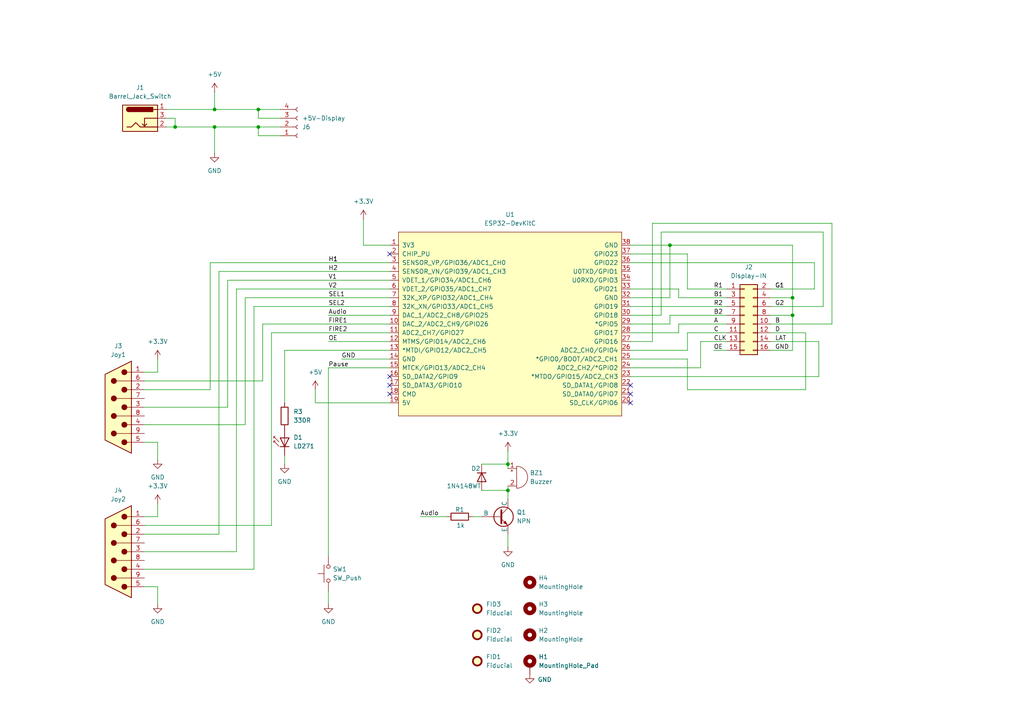
<source format=kicad_sch>
(kicad_sch (version 20231120) (generator "eeschema") (generator_version "8.0")
  (paper "A4")
  (title_block (title "Display-PLAY-Me_3") (date "2024-06-12") (rev "0.3") (company "42nibbles & C@mpuswoche") (comment 1 "Arne v.Irmer, Christian  & Dieter") (comment 4 "Display-Ansteuerung und Energieverteilung"))
  (lib_symbols
    (symbol "Connector:Barrel_Jack_Switch" (pin_names hide)
      (property "Reference" "J" (at 0 5.334 0))
      (property "Value" "Barrel_Jack_Switch" (at 0 -5.08 0))
      (symbol "Barrel_Jack_Switch_0_1"
        (rectangle (start -5.08 3.81) (end 5.08 -3.81) (stroke (width 0.254)) (fill (type background)))
        (arc (start -3.302 3.175) (mid -3.9343 2.54) (end -3.302 1.905) (stroke (width 0.254)))
        (arc (start -3.302 3.175) (mid -3.9343 2.54) (end -3.302 1.905) (stroke (width 0.254)) (fill (type outline)))
        (polyline (pts (xy 1.27 -2.286) (xy 1.905 -1.651)) (stroke (width 0.254)))
        (polyline (pts (xy 5.08 2.54) (xy 3.81 2.54)) (stroke (width 0.254)))
        (polyline (pts (xy 5.08 0) (xy 1.27 0) (xy 1.27 -2.286) (xy 0.635 -1.651)) (stroke (width 0.254)))
        (polyline (pts (xy -3.81 -2.54) (xy -2.54 -2.54) (xy -1.27 -1.27) (xy 0 -2.54) (xy 2.54 -2.54) (xy 5.08 -2.54)) (stroke (width 0.254)))
        (rectangle (start 3.683 3.175) (end -3.302 1.905) (stroke (width 0.254)) (fill (type outline)))
      )
      (symbol "Barrel_Jack_Switch_1_1"
        (pin passive line (at 7.62 2.54 180) (length 2.54) (name "~") (number "1"))
        (pin passive line (at 7.62 -2.54 180) (length 2.54) (name "~") (number "2"))
        (pin passive line (at 7.62 0 180) (length 2.54) (name "~") (number "3"))
      )
    )
    (symbol "Connector:Conn_01x04_Socket" (pin_names (offset 1.016) hide)
      (property "Reference" "J" (at 0 5.08 0))
      (property "Value" "Conn_01x04_Socket" (at 0 -7.62 0))
      (symbol "Conn_01x04_Socket_1_1"
        (arc (start 0 -4.572) (mid -0.5058 -5.08) (end 0 -5.588) (stroke (width 0.1524)))
        (arc (start 0 -2.032) (mid -0.5058 -2.54) (end 0 -3.048) (stroke (width 0.1524)))
        (polyline (pts (xy -1.27 -5.08) (xy -0.508 -5.08)) (stroke (width 0.1524)))
        (polyline (pts (xy -1.27 -2.54) (xy -0.508 -2.54)) (stroke (width 0.1524)))
        (polyline (pts (xy -1.27 0) (xy -0.508 0)) (stroke (width 0.1524)))
        (polyline (pts (xy -1.27 2.54) (xy -0.508 2.54)) (stroke (width 0.1524)))
        (arc (start 0 0.508) (mid -0.5058 0) (end 0 -0.508) (stroke (width 0.1524)))
        (arc (start 0 3.048) (mid -0.5058 2.54) (end 0 2.032) (stroke (width 0.1524)))
        (pin passive line (at -5.08 2.54 0) (length 3.81) (name "Pin_1") (number "1"))
        (pin passive line (at -5.08 0 0) (length 3.81) (name "Pin_2") (number "2"))
        (pin passive line (at -5.08 -2.54 0) (length 3.81) (name "Pin_3") (number "3"))
        (pin passive line (at -5.08 -5.08 0) (length 3.81) (name "Pin_4") (number "4"))
      )
    )
    (symbol "Connector:DE9_Plug" (pin_names (offset 1.016) hide)
      (property "Reference" "J" (at 0 13.97 0))
      (property "Value" "DE9_Plug" (at 0 -14.605 0))
      (symbol "DE9_Plug_0_1"
        (circle (center -1.778 -10.16) (radius 0.762) (fill (type outline)))
        (circle (center -1.778 -5.08) (radius 0.762) (fill (type outline)))
        (circle (center -1.778 0) (radius 0.762) (fill (type outline)))
        (circle (center -1.778 5.08) (radius 0.762) (fill (type outline)))
        (circle (center -1.778 10.16) (radius 0.762) (fill (type outline)))
        (polyline (pts (xy -3.81 -10.16) (xy -2.54 -10.16)))
        (polyline (pts (xy -3.81 -7.62) (xy 0.508 -7.62)))
        (polyline (pts (xy -3.81 -5.08) (xy -2.54 -5.08)))
        (polyline (pts (xy -3.81 -2.54) (xy 0.508 -2.54)))
        (polyline (pts (xy -3.81 0) (xy -2.54 0)))
        (polyline (pts (xy -3.81 2.54) (xy 0.508 2.54)))
        (polyline (pts (xy -3.81 5.08) (xy -2.54 5.08)))
        (polyline (pts (xy -3.81 7.62) (xy 0.508 7.62)))
        (polyline (pts (xy -3.81 10.16) (xy -2.54 10.16)))
        (polyline (pts (xy -3.81 -13.335) (xy -3.81 13.335) (xy 3.81 9.525) (xy 3.81 -9.525) (xy -3.81 -13.335)) (stroke (width 0.254)) (fill (type background)))
        (circle (center 1.27 -7.62) (radius 0.762) (fill (type outline)))
        (circle (center 1.27 -2.54) (radius 0.762) (fill (type outline)))
        (circle (center 1.27 2.54) (radius 0.762) (fill (type outline)))
        (circle (center 1.27 7.62) (radius 0.762) (fill (type outline)))
      )
      (symbol "DE9_Plug_1_1"
        (pin passive line (at -7.62 -10.16 0) (length 3.81) (name "1") (number "1"))
        (pin passive line (at -7.62 -5.08 0) (length 3.81) (name "2") (number "2"))
        (pin passive line (at -7.62 0 0) (length 3.81) (name "3") (number "3"))
        (pin passive line (at -7.62 5.08 0) (length 3.81) (name "4") (number "4"))
        (pin passive line (at -7.62 10.16 0) (length 3.81) (name "5") (number "5"))
        (pin passive line (at -7.62 -7.62 0) (length 3.81) (name "6") (number "6"))
        (pin passive line (at -7.62 -2.54 0) (length 3.81) (name "7") (number "7"))
        (pin passive line (at -7.62 2.54 0) (length 3.81) (name "8") (number "8"))
        (pin passive line (at -7.62 7.62 0) (length 3.81) (name "9") (number "9"))
      )
    )
    (symbol "Connector_Generic:Conn_02x08_Odd_Even" (pin_names (offset 1.016) hide)
      (property "Reference" "J" (at 1.27 10.16 0))
      (property "Value" "Conn_02x08_Odd_Even" (at 1.27 -12.7 0))
      (symbol "Conn_02x08_Odd_Even_1_1"
        (rectangle (start -1.27 -10.033) (end 0 -10.287) (stroke (width 0.1524)))
        (rectangle (start -1.27 -7.493) (end 0 -7.747) (stroke (width 0.1524)))
        (rectangle (start -1.27 -4.953) (end 0 -5.207) (stroke (width 0.1524)))
        (rectangle (start -1.27 -2.413) (end 0 -2.667) (stroke (width 0.1524)))
        (rectangle (start -1.27 0.127) (end 0 -0.127) (stroke (width 0.1524)))
        (rectangle (start -1.27 2.667) (end 0 2.413) (stroke (width 0.1524)))
        (rectangle (start -1.27 5.207) (end 0 4.953) (stroke (width 0.1524)))
        (rectangle (start -1.27 7.747) (end 0 7.493) (stroke (width 0.1524)))
        (rectangle (start -1.27 8.89) (end 3.81 -11.43) (stroke (width 0.254)) (fill (type background)))
        (rectangle (start 3.81 -10.033) (end 2.54 -10.287) (stroke (width 0.1524)))
        (rectangle (start 3.81 -7.493) (end 2.54 -7.747) (stroke (width 0.1524)))
        (rectangle (start 3.81 -4.953) (end 2.54 -5.207) (stroke (width 0.1524)))
        (rectangle (start 3.81 -2.413) (end 2.54 -2.667) (stroke (width 0.1524)))
        (rectangle (start 3.81 0.127) (end 2.54 -0.127) (stroke (width 0.1524)))
        (rectangle (start 3.81 2.667) (end 2.54 2.413) (stroke (width 0.1524)))
        (rectangle (start 3.81 5.207) (end 2.54 4.953) (stroke (width 0.1524)))
        (rectangle (start 3.81 7.747) (end 2.54 7.493) (stroke (width 0.1524)))
        (pin passive line (at -5.08 7.62 0) (length 3.81) (name "Pin_1") (number "1"))
        (pin passive line (at 7.62 -2.54 180) (length 3.81) (name "Pin_10") (number "10"))
        (pin passive line (at -5.08 -5.08 0) (length 3.81) (name "Pin_11") (number "11"))
        (pin passive line (at 7.62 -5.08 180) (length 3.81) (name "Pin_12") (number "12"))
        (pin passive line (at -5.08 -7.62 0) (length 3.81) (name "Pin_13") (number "13"))
        (pin passive line (at 7.62 -7.62 180) (length 3.81) (name "Pin_14") (number "14"))
        (pin passive line (at -5.08 -10.16 0) (length 3.81) (name "Pin_15") (number "15"))
        (pin passive line (at 7.62 -10.16 180) (length 3.81) (name "Pin_16") (number "16"))
        (pin passive line (at 7.62 7.62 180) (length 3.81) (name "Pin_2") (number "2"))
        (pin passive line (at -5.08 5.08 0) (length 3.81) (name "Pin_3") (number "3"))
        (pin passive line (at 7.62 5.08 180) (length 3.81) (name "Pin_4") (number "4"))
        (pin passive line (at -5.08 2.54 0) (length 3.81) (name "Pin_5") (number "5"))
        (pin passive line (at 7.62 2.54 180) (length 3.81) (name "Pin_6") (number "6"))
        (pin passive line (at -5.08 0 0) (length 3.81) (name "Pin_7") (number "7"))
        (pin passive line (at 7.62 0 180) (length 3.81) (name "Pin_8") (number "8"))
        (pin passive line (at -5.08 -2.54 0) (length 3.81) (name "Pin_9") (number "9"))
      )
    )
    (symbol "Device:Buzzer" (pin_names (offset 0.0254) hide)
      (property "Reference" "BZ" (at 3.81 1.27 0))
      (property "Value" "Buzzer" (at 3.81 -1.27 0))
      (symbol "Buzzer_0_1"
        (arc (start 0 -3.175) (mid 3.1612 0) (end 0 3.175))
        (polyline (pts (xy -1.651 1.905) (xy -1.143 1.905)))
        (polyline (pts (xy -1.397 2.159) (xy -1.397 1.651)))
        (polyline (pts (xy 0 3.175) (xy 0 -3.175)))
      )
      (symbol "Buzzer_1_1"
        (pin passive line (at -2.54 2.54 0) (length 2.54) (name "+") (number "1"))
        (pin passive line (at -2.54 -2.54 0) (length 2.54) (name "-") (number "2"))
      )
    )
    (symbol "Device:R" (pin_numbers hide) (pin_names (offset 0))
      (property "Reference" "R" (at 2.032 0 90))
      (property "Value" "R" (at 0 0 90))
      (symbol "R_0_1"
        (rectangle (start -1.016 -2.54) (end 1.016 2.54) (stroke (width 0.254)))
      )
      (symbol "R_1_1"
        (pin passive line (at 0 3.81 270) (length 1.27) (name "~") (number "1"))
        (pin passive line (at 0 -3.81 90) (length 1.27) (name "~") (number "2"))
      )
    )
    (symbol "Diode:1N4148WT" (pin_numbers hide) (pin_names hide)
      (property "Reference" "D" (at 0 2.54 0))
      (property "Value" "1N4148WT" (at 0 -2.54 0))
      (symbol "1N4148WT_0_1"
        (polyline (pts (xy -1.27 1.27) (xy -1.27 -1.27)) (stroke (width 0.254)))
        (polyline (pts (xy 1.27 0) (xy -1.27 0)))
        (polyline (pts (xy 1.27 1.27) (xy 1.27 -1.27) (xy -1.27 0) (xy 1.27 1.27)) (stroke (width 0.254)))
      )
      (symbol "1N4148WT_1_1"
        (pin passive line (at -3.81 0 0) (length 2.54) (name "K") (number "1"))
        (pin passive line (at 3.81 0 180) (length 2.54) (name "A") (number "2"))
      )
    )
    (symbol "LED:LD271" (pin_numbers hide) (pin_names (offset 1.016) hide)
      (property "Reference" "D" (at 0.508 1.778 0))
      (property "Value" "LD271" (at -1.016 -2.794 0))
      (symbol "LD271_0_1"
        (polyline (pts (xy -2.54 1.27) (xy -2.54 -1.27)) (stroke (width 0.254)))
        (polyline (pts (xy 0 0) (xy -2.54 0)))
        (polyline (pts (xy 0.381 3.175) (xy -0.127 3.175)))
        (polyline (pts (xy -1.143 1.651) (xy 0.381 3.175) (xy 0.381 2.667)))
        (polyline (pts (xy 0 -1.27) (xy -2.54 0) (xy 0 1.27) (xy 0 -1.27)) (stroke (width 0.254)))
        (polyline (pts (xy -2.413 1.651) (xy -0.889 3.175) (xy -0.889 2.667) (xy -0.889 3.175) (xy -1.397 3.175)))
      )
      (symbol "LD271_1_1"
        (pin passive line (at -5.08 0 0) (length 2.54) (name "K") (number "1"))
        (pin passive line (at 2.54 0 180) (length 2.54) (name "A") (number "2"))
      )
    )
    (symbol "Mechanical:Fiducial" (exclude_from_sim yes) (in_bom no)
      (property "Reference" "FID" (at 0 5.08 0))
      (property "Value" "Fiducial" (at 0 3.175 0))
      (symbol "Fiducial_0_1"
        (circle (center 0 0) (radius 1.27) (stroke (width 0.508)) (fill (type background)))
      )
    )
    (symbol "Mechanical:MountingHole" (pin_names (offset 1.016)) (exclude_from_sim yes) (in_bom no)
      (property "Reference" "H" (at 0 5.08 0))
      (property "Value" "MountingHole" (at 0 3.175 0))
      (symbol "MountingHole_0_1"
        (circle (center 0 0) (radius 1.27) (stroke (width 1.27)))
      )
    )
    (symbol "Mechanical:MountingHole_Pad" (pin_numbers hide) (pin_names (offset 1.016) hide) (exclude_from_sim yes) (in_bom no)
      (property "Reference" "H" (at 0 6.35 0))
      (property "Value" "MountingHole_Pad" (at 0 4.445 0))
      (symbol "MountingHole_Pad_0_1"
        (circle (center 0 1.27) (radius 1.27) (stroke (width 1.27)))
      )
      (symbol "MountingHole_Pad_1_1"
        (pin input line (at 0 -2.54 90) (length 2.54) (name "1") (number "1"))
      )
    )
    (symbol "Simulation_SPICE:NPN" (pin_numbers hide) (pin_names (offset 0))
      (property "Reference" "Q" (at -2.54 7.62 0))
      (property "Value" "NPN" (at -2.54 5.08 0))
      (symbol "NPN_0_1"
        (polyline (pts (xy -2.54 0) (xy 0.635 0)) (stroke (width 0.1524)))
        (polyline (pts (xy 0.635 0.635) (xy 2.54 2.54)))
        (polyline (pts (xy 2.794 -1.27) (xy 2.794 -1.27)) (stroke (width 0.1524)))
        (polyline (pts (xy 2.794 -1.27) (xy 2.794 -1.27)) (stroke (width 0.1524)))
        (polyline (pts (xy 0.635 -0.635) (xy 2.54 -2.54) (xy 2.54 -2.54)))
        (polyline (pts (xy 0.635 1.905) (xy 0.635 -1.905) (xy 0.635 -1.905)) (stroke (width 0.508)))
        (polyline (pts (xy 1.27 -1.778) (xy 1.778 -1.27) (xy 2.286 -2.286) (xy 1.27 -1.778) (xy 1.27 -1.778)) (fill (type outline)))
        (circle (center 1.27 0) (radius 2.8194) (stroke (width 0.254)))
      )
      (symbol "NPN_1_1"
        (pin open_collector line (at 2.54 5.08 270) (length 2.54) (name "C") (number "1"))
        (pin input line (at -5.08 0 0) (length 2.54) (name "B") (number "2"))
        (pin open_emitter line (at 2.54 -5.08 90) (length 2.54) (name "E") (number "3"))
      )
    )
    (symbol "Switch:SW_Push" (pin_numbers hide) (pin_names (offset 1.016) hide)
      (property "Reference" "SW" (at 1.27 2.54 0))
      (property "Value" "SW_Push" (at 0 -1.524 0))
      (symbol "SW_Push_0_1"
        (circle (center -2.032 0) (radius 0.508))
        (polyline (pts (xy 0 1.27) (xy 0 3.048)))
        (polyline (pts (xy 2.54 1.27) (xy -2.54 1.27)))
        (circle (center 2.032 0) (radius 0.508))
        (pin passive line (at -5.08 0 0) (length 2.54) (name "1") (number "1"))
        (pin passive line (at 5.08 0 180) (length 2.54) (name "2") (number "2"))
      )
    )
    (symbol "espressif:ESP32-DevKitC" (pin_names (offset 1.016))
      (property "Reference" "U" (at -8.89 26.67 0))
      (property "Value" "ESP32-DevKitC" (at 0 -29.21 0))
      (symbol "ESP32-DevKitC_0_0"
        (pin power_in line (at -33.02 -11.43 0) (length 2.54) (name "GND") (number "14"))
        (pin power_in line (at -33.02 -24.13 0) (length 2.54) (name "5V") (number "19"))
      )
      (symbol "ESP32-DevKitC_0_1"
        (rectangle (start -30.48 25.4) (end 34.29 -27.94) (fill (type background)))
      )
      (symbol "ESP32-DevKitC_1_1"
        (pin power_in line (at -33.02 21.59 0) (length 2.54) (name "3V3") (number "1"))
        (pin bidirectional line (at -33.02 -1.27 0) (length 2.54) (name "DAC_2/ADC2_CH9/GPIO26") (number "10"))
        (pin bidirectional line (at -33.02 -3.81 0) (length 2.54) (name "ADC2_CH7/GPIO27") (number "11"))
        (pin bidirectional line (at -33.02 -6.35 0) (length 2.54) (name "MTMS/GPIO14/ADC2_CH6") (number "12"))
        (pin bidirectional line (at -33.02 -8.89 0) (length 2.54) (name "*MTDI/GPIO12/ADC2_CH5") (number "13"))
        (pin bidirectional line (at -33.02 -13.97 0) (length 2.54) (name "MTCK/GPIO13/ADC2_CH4") (number "15"))
        (pin bidirectional line (at -33.02 -16.51 0) (length 2.54) (name "SD_DATA2/GPIO9") (number "16"))
        (pin bidirectional line (at -33.02 -19.05 0) (length 2.54) (name "SD_DATA3/GPIO10") (number "17"))
        (pin bidirectional line (at -33.02 -21.59 0) (length 2.54) (name "CMD") (number "18"))
        (pin input line (at -33.02 19.05 0) (length 2.54) (name "CHIP_PU") (number "2"))
        (pin bidirectional line (at 36.83 -24.13 180) (length 2.54) (name "SD_CLK/GPIO6") (number "20"))
        (pin bidirectional line (at 36.83 -21.59 180) (length 2.54) (name "SD_DATA0/GPIO7") (number "21"))
        (pin bidirectional line (at 36.83 -19.05 180) (length 2.54) (name "SD_DATA1/GPIO8") (number "22"))
        (pin bidirectional line (at 36.83 -16.51 180) (length 2.54) (name "*MTDO/GPIO15/ADC2_CH3") (number "23"))
        (pin bidirectional line (at 36.83 -13.97 180) (length 2.54) (name "ADC2_CH2/*GPIO2") (number "24"))
        (pin bidirectional line (at 36.83 -11.43 180) (length 2.54) (name "*GPIO0/BOOT/ADC2_CH1") (number "25"))
        (pin bidirectional line (at 36.83 -8.89 180) (length 2.54) (name "ADC2_CH0/GPIO4") (number "26"))
        (pin bidirectional line (at 36.83 -6.35 180) (length 2.54) (name "GPIO16") (number "27"))
        (pin bidirectional line (at 36.83 -3.81 180) (length 2.54) (name "GPIO17") (number "28"))
        (pin bidirectional line (at 36.83 -1.27 180) (length 2.54) (name "*GPIO5") (number "29"))
        (pin input line (at -33.02 16.51 0) (length 2.54) (name "SENSOR_VP/GPIO36/ADC1_CH0") (number "3"))
        (pin bidirectional line (at 36.83 1.27 180) (length 2.54) (name "GPIO18") (number "30"))
        (pin bidirectional line (at 36.83 3.81 180) (length 2.54) (name "GPIO19") (number "31"))
        (pin power_in line (at 36.83 6.35 180) (length 2.54) (name "GND") (number "32"))
        (pin bidirectional line (at 36.83 8.89 180) (length 2.54) (name "GPIO21") (number "33"))
        (pin bidirectional line (at 36.83 11.43 180) (length 2.54) (name "U0RXD/GPIO3") (number "34"))
        (pin bidirectional line (at 36.83 13.97 180) (length 2.54) (name "U0TXD/GPIO1") (number "35"))
        (pin bidirectional line (at 36.83 16.51 180) (length 2.54) (name "GPIO22") (number "36"))
        (pin bidirectional line (at 36.83 19.05 180) (length 2.54) (name "GPIO23") (number "37"))
        (pin power_in line (at 36.83 21.59 180) (length 2.54) (name "GND") (number "38"))
        (pin input line (at -33.02 13.97 0) (length 2.54) (name "SENSOR_VN/GPIO39/ADC1_CH3") (number "4"))
        (pin input line (at -33.02 11.43 0) (length 2.54) (name "VDET_1/GPIO34/ADC1_CH6") (number "5"))
        (pin input line (at -33.02 8.89 0) (length 2.54) (name "VDET_2/GPIO35/ADC1_CH7") (number "6"))
        (pin bidirectional line (at -33.02 6.35 0) (length 2.54) (name "32K_XP/GPIO32/ADC1_CH4") (number "7"))
        (pin bidirectional line (at -33.02 3.81 0) (length 2.54) (name "32K_XN/GPIO33/ADC1_CH5") (number "8"))
        (pin bidirectional line (at -33.02 1.27 0) (length 2.54) (name "DAC_1/ADC2_CH8/GPIO25") (number "9"))
      )
    )
    (symbol "power:+3.3V" (power) (pin_numbers hide) (pin_names (offset 0) hide)
      (property "Value" "+3.3V" (at 0 3.556 0))
      (symbol "+3.3V_0_1"
        (polyline (pts (xy -0.762 1.27) (xy 0 2.54)))
        (polyline (pts (xy 0 0) (xy 0 2.54)))
        (polyline (pts (xy 0 2.54) (xy 0.762 1.27)))
      )
      (symbol "+3.3V_1_1"
        (pin power_in line (at 0 0 90) (length 0) (name "~") (number "1"))
      )
    )
    (symbol "power:+5V" (power) (pin_numbers hide) (pin_names (offset 0) hide)
      (property "Value" "+5V" (at 0 3.556 0))
      (symbol "+5V_0_1"
        (polyline (pts (xy -0.762 1.27) (xy 0 2.54)))
        (polyline (pts (xy 0 0) (xy 0 2.54)))
        (polyline (pts (xy 0 2.54) (xy 0.762 1.27)))
      )
      (symbol "+5V_1_1"
        (pin power_in line (at 0 0 90) (length 0) (name "~") (number "1"))
      )
    )
    (symbol "power:GND" (power) (pin_numbers hide) (pin_names (offset 0) hide)
      (property "Value" "GND" (at 0 -3.81 0))
      (symbol "GND_0_1"
        (polyline (pts (xy 0 0) (xy 0 -1.27) (xy 1.27 -1.27) (xy 0 -2.54) (xy -1.27 -1.27) (xy 0 -1.27)))
      )
      (symbol "GND_1_1"
        (pin power_in line (at 0 0 270) (length 0) (name "~") (number "1"))
      )
    )
  )
  (junction (at 229.87 86.36))
  (junction (at 147.32 142.24))
  (junction (at 194.31 71.12))
  (junction (at 229.87 91.44))
  (junction (at 50.8 36.83))
  (junction (at 74.93 36.83))
  (junction (at 62.23 36.83))
  (junction (at 62.23 31.75))
  (junction (at 147.32 134.62))
  (junction (at 74.93 31.75))
  (no_connect (at 182.88 114.3))
  (no_connect (at 182.88 111.76))
  (no_connect (at 113.03 73.66))
  (no_connect (at 113.03 111.76))
  (no_connect (at 182.88 116.84))
  (no_connect (at 113.03 114.3))
  (no_connect (at 113.03 109.22))
  (wire (pts (xy 95.25 106.68) (xy 95.25 161.29)))
  (wire (pts (xy 76.2 110.49) (xy 76.2 93.98)))
  (wire (pts (xy 74.93 36.83) (xy 81.28 36.83)))
  (wire (pts (xy 91.44 113.03) (xy 91.44 116.84)))
  (wire (pts (xy 194.31 71.12) (xy 229.87 71.12)))
  (wire (pts (xy 41.91 154.94) (xy 63.5 154.94)))
  (wire (pts (xy 189.23 64.77) (xy 189.23 99.06)))
  (wire (pts (xy 223.52 88.9) (xy 238.76 88.9)))
  (wire (pts (xy 41.91 149.86) (xy 45.72 149.86)))
  (wire (pts (xy 199.39 104.14) (xy 199.39 113.03)))
  (wire (pts (xy 229.87 71.12) (xy 229.87 86.36)))
  (wire (pts (xy 41.91 113.03) (xy 60.96 113.03)))
  (wire (pts (xy 194.31 86.36) (xy 194.31 71.12)))
  (wire (pts (xy 74.93 39.37) (xy 81.28 39.37)))
  (wire (pts (xy 237.49 99.06) (xy 237.49 109.22)))
  (wire (pts (xy 73.66 88.9) (xy 113.03 88.9)))
  (wire (pts (xy 147.32 142.24) (xy 147.32 144.78)))
  (wire (pts (xy 68.58 83.82) (xy 113.03 83.82)))
  (wire (pts (xy 71.12 86.36) (xy 113.03 86.36)))
  (wire (pts (xy 147.32 154.94) (xy 147.32 158.75)))
  (wire (pts (xy 229.87 86.36) (xy 223.52 86.36)))
  (wire (pts (xy 66.04 81.28) (xy 113.03 81.28)))
  (wire (pts (xy 207.01 101.6) (xy 210.82 101.6)))
  (wire (pts (xy 238.76 88.9) (xy 238.76 67.31)))
  (wire (pts (xy 182.88 106.68) (xy 203.2 106.68)))
  (wire (pts (xy 48.26 36.83) (xy 50.8 36.83)))
  (wire (pts (xy 62.23 36.83) (xy 62.23 44.45)))
  (wire (pts (xy 199.39 96.52) (xy 210.82 96.52)))
  (wire (pts (xy 105.41 63.5) (xy 105.41 71.12)))
  (wire (pts (xy 78.74 96.52) (xy 113.03 96.52)))
  (wire (pts (xy 113.03 71.12) (xy 105.41 71.12)))
  (wire (pts (xy 182.88 71.12) (xy 194.31 71.12)))
  (wire (pts (xy 147.32 130.81) (xy 147.32 134.62)))
  (wire (pts (xy 182.88 104.14) (xy 199.39 104.14)))
  (wire (pts (xy 78.74 152.4) (xy 41.91 152.4)))
  (wire (pts (xy 74.93 34.29) (xy 74.93 31.75)))
  (wire (pts (xy 182.88 101.6) (xy 199.39 101.6)))
  (wire (pts (xy 76.2 93.98) (xy 113.03 93.98)))
  (wire (pts (xy 45.72 107.95) (xy 45.72 104.14)))
  (wire (pts (xy 60.96 113.03) (xy 60.96 76.2)))
  (wire (pts (xy 45.72 149.86) (xy 45.72 146.05)))
  (wire (pts (xy 71.12 123.19) (xy 71.12 86.36)))
  (wire (pts (xy 182.88 109.22) (xy 237.49 109.22)))
  (wire (pts (xy 78.74 96.52) (xy 78.74 152.4)))
  (wire (pts (xy 229.87 91.44) (xy 229.87 101.6)))
  (wire (pts (xy 95.25 171.45) (xy 95.25 175.26)))
  (wire (pts (xy 50.8 36.83) (xy 62.23 36.83)))
  (wire (pts (xy 194.31 91.44) (xy 210.82 91.44)))
  (wire (pts (xy 147.32 134.62) (xy 147.32 135.89)))
  (wire (pts (xy 82.55 101.6) (xy 82.55 116.84)))
  (wire (pts (xy 182.88 86.36) (xy 194.31 86.36)))
  (wire (pts (xy 191.77 67.31) (xy 191.77 91.44)))
  (wire (pts (xy 74.93 39.37) (xy 74.93 36.83)))
  (wire (pts (xy 223.52 93.98) (xy 241.3 93.98)))
  (wire (pts (xy 189.23 99.06) (xy 182.88 99.06)))
  (wire (pts (xy 48.26 31.75) (xy 62.23 31.75)))
  (wire (pts (xy 223.52 99.06) (xy 237.49 99.06)))
  (wire (pts (xy 63.5 78.74) (xy 113.03 78.74)))
  (wire (pts (xy 60.96 76.2) (xy 113.03 76.2)))
  (wire (pts (xy 182.88 73.66) (xy 199.39 73.66)))
  (wire (pts (xy 95.25 91.44) (xy 113.03 91.44)))
  (wire (pts (xy 137.16 149.86) (xy 139.7 149.86)))
  (wire (pts (xy 194.31 93.98) (xy 194.31 91.44)))
  (wire (pts (xy 210.82 86.36) (xy 196.85 86.36)))
  (wire (pts (xy 41.91 123.19) (xy 71.12 123.19)))
  (wire (pts (xy 223.52 91.44) (xy 229.87 91.44)))
  (wire (pts (xy 199.39 83.82) (xy 210.82 83.82)))
  (wire (pts (xy 182.88 93.98) (xy 194.31 93.98)))
  (wire (pts (xy 199.39 101.6) (xy 199.39 96.52)))
  (wire (pts (xy 241.3 64.77) (xy 189.23 64.77)))
  (wire (pts (xy 113.03 116.84) (xy 91.44 116.84)))
  (wire (pts (xy 62.23 31.75) (xy 62.23 26.67)))
  (wire (pts (xy 229.87 101.6) (xy 223.52 101.6)))
  (wire (pts (xy 66.04 118.11) (xy 66.04 81.28)))
  (wire (pts (xy 182.88 88.9) (xy 210.82 88.9)))
  (wire (pts (xy 99.06 104.14) (xy 113.03 104.14)))
  (wire (pts (xy 196.85 96.52) (xy 196.85 93.98)))
  (wire (pts (xy 63.5 154.94) (xy 63.5 78.74)))
  (wire (pts (xy 191.77 91.44) (xy 182.88 91.44)))
  (wire (pts (xy 45.72 170.18) (xy 45.72 175.26)))
  (wire (pts (xy 74.93 31.75) (xy 81.28 31.75)))
  (wire (pts (xy 41.91 170.18) (xy 45.72 170.18)))
  (wire (pts (xy 74.93 34.29) (xy 81.28 34.29)))
  (wire (pts (xy 203.2 106.68) (xy 203.2 99.06)))
  (wire (pts (xy 113.03 101.6) (xy 82.55 101.6)))
  (wire (pts (xy 41.91 160.02) (xy 68.58 160.02)))
  (wire (pts (xy 50.8 34.29) (xy 50.8 36.83)))
  (wire (pts (xy 236.22 76.2) (xy 182.88 76.2)))
  (wire (pts (xy 196.85 93.98) (xy 210.82 93.98)))
  (wire (pts (xy 203.2 99.06) (xy 210.82 99.06)))
  (wire (pts (xy 238.76 67.31) (xy 191.77 67.31)))
  (wire (pts (xy 139.7 142.24) (xy 147.32 142.24)))
  (wire (pts (xy 95.25 99.06) (xy 113.03 99.06)))
  (wire (pts (xy 62.23 31.75) (xy 74.93 31.75)))
  (wire (pts (xy 41.91 107.95) (xy 45.72 107.95)))
  (wire (pts (xy 139.7 134.62) (xy 147.32 134.62)))
  (wire (pts (xy 95.25 106.68) (xy 113.03 106.68)))
  (wire (pts (xy 41.91 165.1) (xy 73.66 165.1)))
  (wire (pts (xy 199.39 113.03) (xy 233.68 113.03)))
  (wire (pts (xy 82.55 132.08) (xy 82.55 134.62)))
  (wire (pts (xy 229.87 86.36) (xy 229.87 91.44)))
  (wire (pts (xy 233.68 113.03) (xy 233.68 96.52)))
  (wire (pts (xy 241.3 93.98) (xy 241.3 64.77)))
  (wire (pts (xy 121.92 149.86) (xy 129.54 149.86)))
  (wire (pts (xy 233.68 96.52) (xy 223.52 96.52)))
  (wire (pts (xy 73.66 165.1) (xy 73.66 88.9)))
  (wire (pts (xy 147.32 140.97) (xy 147.32 142.24)))
  (wire (pts (xy 236.22 83.82) (xy 236.22 76.2)))
  (wire (pts (xy 62.23 36.83) (xy 74.93 36.83)))
  (wire (pts (xy 196.85 83.82) (xy 182.88 83.82)))
  (wire (pts (xy 48.26 34.29) (xy 50.8 34.29)))
  (wire (pts (xy 41.91 110.49) (xy 76.2 110.49)))
  (wire (pts (xy 199.39 73.66) (xy 199.39 83.82)))
  (wire (pts (xy 68.58 160.02) (xy 68.58 83.82)))
  (wire (pts (xy 182.88 96.52) (xy 196.85 96.52)))
  (wire (pts (xy 41.91 128.27) (xy 45.72 128.27)))
  (wire (pts (xy 45.72 128.27) (xy 45.72 133.35)))
  (wire (pts (xy 223.52 83.82) (xy 236.22 83.82)))
  (wire (pts (xy 196.85 86.36) (xy 196.85 83.82)))
  (wire (pts (xy 41.91 118.11) (xy 66.04 118.11)))
  (label "H1" (at 95.25 76.2 0))
  (label "G1" (at 224.79 83.82 0))
  (label "B" (at 224.79 93.98 0))
  (label "B1" (at 207.01 86.36 0))
  (label "A" (at 207.01 93.98 0))
  (label "SEL1" (at 95.25 86.36 0))
  (label "H2" (at 95.25 78.74 0))
  (label "H1" (at 95.25 76.2 0))
  (label "V1" (at 95.25 81.28 0))
  (label "G2" (at 224.79 88.9 0))
  (label "GND" (at 99.06 104.14 0))
  (label "G1" (at 224.79 83.82 0))
  (label "LAT" (at 224.79 99.06 0))
  (label "C" (at 207.01 96.52 0))
  (label "V2" (at 95.25 83.82 0))
  (label "R2" (at 207.01 88.9 0))
  (label "CLK" (at 207.01 99.06 0))
  (label "D" (at 224.79 96.52 0))
  (label "FIRE1" (at 95.25 93.98 0))
  (label "SEL2" (at 95.25 88.9 0))
  (label "Audio" (at 95.25 91.44 0))
  (label "OE" (at 207.01 101.6 0))
  (label "OE" (at 95.25 99.06 0))
  (label "GND" (at 224.79 101.6 0))
  (label "R1" (at 207.01 83.82 0))
  (label "FIRE2" (at 95.25 96.52 0))
  (label "B2" (at 207.01 91.44 0))
  (label "Audio" (at 121.92 149.86 0))
  (label "Pause" (at 95.25 106.68 0))
  (symbol (lib_id "power:GND") (at 153.67 195.58 0) (unit 1)
    (property "Reference" "#PWR05" (effects (hide yes)))
    (property "Value" "GND" (at 157.988 197.104 0))
    (property "Description" "Power symbol creates a global label with name \"GND\" , ground" (effects (hide yes)))
  )
  (symbol (lib_id "Mechanical:MountingHole") (at 153.67 176.53 0) (unit 1) (exclude_from_sim yes) (in_bom no)
    (property "Reference" "H3" (at 156.21 175.2599 0) (effects (justify left)))
    (property "Value" "MountingHole" (at 156.21 177.7999 0) (effects (justify left)))
    (property "Footprint" "MountingHole:MountingHole_3.5mm" (effects (hide yes)))
    (property "Description" "Mounting Hole without connection" (effects (hide yes)))
  )
  (symbol (lib_id "LED:LD271") (at 82.55 127 90) (unit 1)
    (property "Reference" "D1" (at 85.09 126.8729 90) (effects (justify right)))
    (property "Value" "LD271" (at 85.09 129.4129 90) (effects (justify right)))
    (property "Footprint" "LED_THT:LED_D5.0mm_IRGrey" (effects (hide yes)))
    (property "Datasheet" "http://www.alliedelec.com/m/d/40788c34903a719969df15f1fbea1056.pdf" (effects (hide yes)))
    (property "Description" "940nm IR-LED, 5mm" (effects (hide yes)))
  )
  (symbol (lib_id "power:+5V") (at 91.44 113.03 0) (unit 1)
    (property "Reference" "#PWR06" (effects (hide yes)))
    (property "Value" "+5V" (at 91.44 107.95 0))
    (property "Description" "Power symbol creates a global label with name \"+5V\"" (effects (hide yes)))
  )
  (symbol (lib_id "Switch:SW_Push") (at 95.25 166.37 90) (unit 1)
    (property "Reference" "SW1" (at 96.52 165.0999 90) (effects (justify right)))
    (property "Value" "SW_Push" (at 96.52 167.6399 90) (effects (justify right)))
    (property "Footprint" "Button_Switch_THT:SW_Tactile_SPST_Angled_PTS645Vx31-2LFS" (effects (hide yes)))
    (property "Description" "Push button switch, generic, two pins" (effects (hide yes)))
  )
  (symbol (lib_id "Mechanical:Fiducial") (at 138.43 191.77 0) (unit 1) (exclude_from_sim yes) (in_bom no)
    (property "Reference" "FID1" (at 140.97 190.4999 0) (effects (justify left)))
    (property "Value" "Fiducial" (at 140.97 193.0399 0) (effects (justify left)))
    (property "Footprint" "Fiducial:Fiducial_1.5mm_Mask3mm" (effects (hide yes)))
    (property "Description" "Fiducial Marker" (effects (hide yes)))
  )
  (symbol (lib_id "power:GND") (at 62.23 44.45 0) (unit 1)
    (property "Reference" "#PWR01" (effects (hide yes)))
    (property "Value" "GND" (at 62.23 49.53 0))
    (property "Description" "Power symbol creates a global label with name \"GND\" , ground" (effects (hide yes)))
  )
  (symbol (lib_id "power:+3.3V") (at 105.41 63.5 0) (unit 1)
    (property "Reference" "#PWR09" (effects (hide yes)))
    (property "Value" "+3.3V" (at 105.41 58.42 0))
    (property "Description" "Power symbol creates a global label with name \"+3.3V\"" (effects (hide yes)))
  )
  (symbol (lib_id "Device:R") (at 82.55 120.65 0) (unit 1)
    (property "Reference" "R3" (at 85.09 119.3799 0) (effects (justify left)))
    (property "Value" "330R" (at 85.09 121.9199 0) (effects (justify left)))
    (property "Footprint" "Resistor_THT:R_Axial_DIN0207_L6.3mm_D2.5mm_P10.16mm_Horizontal" (effects (hide yes)))
    (property "Description" "Resistor" (effects (hide yes)))
  )
  (symbol (lib_id "power:+3.3V") (at 45.72 104.14 0) (unit 1)
    (property "Reference" "#PWR010" (effects (hide yes)))
    (property "Value" "+3.3V" (at 45.72 99.06 0))
    (property "Description" "Power symbol creates a global label with name \"+3.3V\"" (effects (hide yes)))
  )
  (symbol (lib_id "power:+5V") (at 62.23 26.67 0) (unit 1)
    (property "Reference" "#PWR04" (effects (hide yes)))
    (property "Value" "+5V" (at 62.23 21.59 0))
    (property "Description" "Power symbol creates a global label with name \"+5V\"" (effects (hide yes)))
  )
  (symbol (lib_id "Diode:1N4148WT") (at 139.7 138.43 270) (unit 1)
    (property "Reference" "D2" (at 136.652 135.89 90) (effects (justify left)))
    (property "Value" "1N4148WT" (at 129.54 140.97 90) (effects (justify left)))
    (property "Footprint" "Diode_THT:D_A-405_P12.70mm_Horizontal" (effects (hide yes)))
    (property "Datasheet" "https://www.diodes.com/assets/Datasheets/ds30396.pdf" (effects (hide yes)))
    (property "Description" "75V 0.15A Fast switching Diode, SOD-523" (effects (hide yes)))
    (property "Sim.Device" "D" (effects (hide yes)))
    (property "Sim.Pins" "1=K 2=A" (effects (hide yes)))
  )
  (symbol (lib_id "Connector:Conn_01x04_Socket") (at 86.36 36.83 0) (mirror x) (unit 1)
    (property "Reference" "J6" (at 87.63 36.8301 0) (effects (justify left)))
    (property "Value" "+5V-Display" (at 87.63 34.2901 0) (effects (justify left)))
    (property "Footprint" "Connector_Phoenix_MSTB:PhoenixContact_MSTBA_2,5_4-G-5,08_1x04_P5.08mm_Horizontal" (effects (hide yes)))
    (property "Description" "Generic connector, single row, 01x04, script generated" (effects (hide yes)))
  )
  (symbol (lib_id "Mechanical:MountingHole") (at 153.67 184.15 0) (unit 1) (exclude_from_sim yes) (in_bom no)
    (property "Reference" "H2" (at 156.21 182.8799 0) (effects (justify left)))
    (property "Value" "MountingHole" (at 156.21 185.4199 0) (effects (justify left)))
    (property "Footprint" "MountingHole:MountingHole_3.5mm" (effects (hide yes)))
    (property "Description" "Mounting Hole without connection" (effects (hide yes)))
  )
  (symbol (lib_id "power:+3.3V") (at 45.72 146.05 0) (unit 1)
    (property "Reference" "#PWR011" (effects (hide yes)))
    (property "Value" "+3.3V" (at 45.72 140.97 0))
    (property "Description" "Power symbol creates a global label with name \"+3.3V\"" (effects (hide yes)))
  )
  (symbol (lib_id "power:GND") (at 147.32 158.75 0) (unit 1)
    (property "Reference" "#PWR012" (effects (hide yes)))
    (property "Value" "GND" (at 147.32 163.83 0))
    (property "Description" "Power symbol creates a global label with name \"GND\" , ground" (effects (hide yes)))
  )
  (symbol (lib_id "Device:R") (at 133.35 149.86 90) (unit 1)
    (property "Reference" "R1" (at 133.35 147.828 90))
    (property "Value" "1k" (at 133.604 152.4 90))
    (property "Footprint" "Resistor_THT:R_Axial_DIN0207_L6.3mm_D2.5mm_P10.16mm_Horizontal" (effects (hide yes)))
    (property "Description" "Resistor" (effects (hide yes)))
  )
  (symbol (lib_id "power:GND") (at 95.25 175.26 0) (unit 1)
    (property "Reference" "#PWR014" (effects (hide yes)))
    (property "Value" "GND" (at 95.25 180.34 0))
    (property "Description" "Power symbol creates a global label with name \"GND\" , ground" (effects (hide yes)))
  )
  (symbol (lib_id "Connector:DE9_Plug") (at 34.29 118.11 180) (unit 1)
    (property "Reference" "J3" (at 34.29 100.33 0))
    (property "Value" "Joy1" (at 34.29 102.87 0))
    (property "Footprint" "Connector_Dsub:DSUB-9_Female_Horizontal_P2.77x2.84mm_EdgePinOffset4.94mm_Housed_MountingHolesOffset7.48mm" (effects (hide yes)))
    (property "Description" "9-pin male plug pin D-SUB connector" (effects (hide yes)))
  )
  (symbol (lib_id "Simulation_SPICE:NPN") (at 144.78 149.86 0) (unit 1)
    (property "Reference" "Q1" (at 149.86 148.5899 0) (effects (justify left)))
    (property "Value" "NPN" (at 149.86 151.1299 0) (effects (justify left)))
    (property "Footprint" "Package_TO_SOT_THT:TO-92L" (effects (hide yes)))
    (property "Datasheet" "https://ngspice.sourceforge.io/docs/ngspice-html-manual/manual.xhtml#cha_BJTs" (effects (hide yes)))
    (property "Description" "Bipolar transistor symbol for simulation only, substrate tied to the emitter" (effects (hide yes)))
    (property "Sim.Device" "NPN" (effects (hide yes)))
    (property "Sim.Type" "GUMMELPOON" (effects (hide yes)))
    (property "Sim.Pins" "1=C 2=B 3=E" (effects (hide yes)))
  )
  (symbol (lib_id "Connector_Generic:Conn_02x08_Odd_Even") (at 215.9 91.44 0) (unit 1)
    (property "Reference" "J2" (at 217.17 77.47 0))
    (property "Value" "Display-IN" (at 217.17 80.01 0))
    (property "Footprint" "Connector_IDC:IDC-Header_2x08_P2.54mm_Vertical" (effects (hide yes)))
    (property "Description" "Generic connector, double row, 02x08, odd/even pin numbering scheme (row 1 odd numbers, row 2 even numbers), script generated (kicad-library-utils/schlib/autogen/connector/)" (effects (hide yes)))
  )
  (symbol (lib_id "power:GND") (at 82.55 134.62 0) (unit 1)
    (property "Reference" "#PWR013" (effects (hide yes)))
    (property "Value" "GND" (at 82.55 139.7 0))
    (property "Description" "Power symbol creates a global label with name \"GND\" , ground" (effects (hide yes)))
  )
  (symbol (lib_id "Mechanical:MountingHole_Pad") (at 153.67 193.04 0) (unit 1) (exclude_from_sim yes) (in_bom no)
    (property "Reference" "H1" (at 156.21 190.4999 0) (effects (justify left)))
    (property "Value" "MountingHole_Pad" (at 156.21 193.0399 0) (effects (justify left)))
    (property "Footprint" "MountingHole:MountingHole_3.5mm_Pad_TopBottom" (effects (hide yes)))
    (property "Description" "Mounting Hole with connection" (effects (hide yes)))
  )
  (symbol (lib_id "Mechanical:MountingHole") (at 153.67 168.91 0) (unit 1) (exclude_from_sim yes) (in_bom no)
    (property "Reference" "H4" (at 156.21 167.6399 0) (effects (justify left)))
    (property "Value" "MountingHole" (at 156.21 170.1799 0) (effects (justify left)))
    (property "Footprint" "MountingHole:MountingHole_3.5mm" (effects (hide yes)))
    (property "Description" "Mounting Hole without connection" (effects (hide yes)))
  )
  (symbol (lib_id "Device:Buzzer") (at 149.86 138.43 0) (unit 1)
    (property "Reference" "BZ1" (at 153.67 137.1599 0) (effects (justify left)))
    (property "Value" "Buzzer" (at 153.67 139.6999 0) (effects (justify left)))
    (property "Footprint" "Buzzer_Beeper:MagneticBuzzer_PUI_AT-0927-TT-6-R" (effects (hide yes)))
    (property "Description" "Buzzer, polarized" (effects (hide yes)))
  )
  (symbol (lib_id "Connector:DE9_Plug") (at 34.29 160.02 180) (unit 1)
    (property "Reference" "J4" (at 34.29 142.24 0))
    (property "Value" "Joy2" (at 34.29 144.78 0))
    (property "Footprint" "Connector_Dsub:DSUB-9_Female_Horizontal_P2.77x2.84mm_EdgePinOffset4.94mm_Housed_MountingHolesOffset7.48mm" (effects (hide yes)))
    (property "Description" "9-pin male plug pin D-SUB connector" (effects (hide yes)))
  )
  (symbol (lib_id "Connector:Barrel_Jack_Switch") (at 40.64 34.29 0) (unit 1)
    (property "Reference" "J1" (at 40.64 25.4 0))
    (property "Value" "Barrel_Jack_Switch" (at 40.64 27.94 0))
    (property "Footprint" "Connector_BarrelJack:BarrelJack_Wuerth_6941xx301002" (effects (hide yes)))
    (property "Description" "DC Barrel Jack with an internal switch" (effects (hide yes)))
  )
  (symbol (lib_id "Mechanical:Fiducial") (at 138.43 176.53 0) (unit 1) (exclude_from_sim yes) (in_bom no)
    (property "Reference" "FID3" (at 140.97 175.2599 0) (effects (justify left)))
    (property "Value" "Fiducial" (at 140.97 177.7999 0) (effects (justify left)))
    (property "Footprint" "Fiducial:Fiducial_1.5mm_Mask3mm" (effects (hide yes)))
    (property "Description" "Fiducial Marker" (effects (hide yes)))
  )
  (symbol (lib_id "Mechanical:Fiducial") (at 138.43 184.15 0) (unit 1) (exclude_from_sim yes) (in_bom no)
    (property "Reference" "FID2" (at 140.97 182.8799 0) (effects (justify left)))
    (property "Value" "Fiducial" (at 140.97 185.4199 0) (effects (justify left)))
    (property "Footprint" "Fiducial:Fiducial_1.5mm_Mask3mm" (effects (hide yes)))
    (property "Description" "Fiducial Marker" (effects (hide yes)))
  )
  (symbol (lib_id "power:+3.3V") (at 147.32 130.81 0) (unit 1)
    (property "Reference" "#PWR02" (effects (hide yes)))
    (property "Value" "+3.3V" (at 147.32 125.73 0))
    (property "Description" "Power symbol creates a global label with name \"+3.3V\"" (effects (hide yes)))
  )
  (symbol (lib_id "espressif:ESP32-DevKitC") (at 146.05 92.71 0) (unit 1)
    (property "Reference" "U1" (at 147.955 62.23 0))
    (property "Value" "ESP32-DevKitC" (at 147.955 64.77 0))
    (property "Footprint" "Espressif:ESP32-DevKitC" (effects (hide yes)))
    (property "Datasheet" "https://docs.espressif.com/projects/esp-idf/zh_CN/latest/esp32/hw-reference/esp32/get-started-devkitc.html" (effects (hide yes)))
    (property "Description" "Development Kit" (effects (hide yes)))
  )
  (symbol (lib_id "power:GND") (at 45.72 175.26 0) (unit 1)
    (property "Reference" "#PWR08" (effects (hide yes)))
    (property "Value" "GND" (at 45.72 180.34 0))
    (property "Description" "Power symbol creates a global label with name \"GND\" , ground" (effects (hide yes)))
  )
  (symbol (lib_id "power:GND") (at 45.72 133.35 0) (unit 1)
    (property "Reference" "#PWR07" (effects (hide yes)))
    (property "Value" "GND" (at 45.72 138.43 0))
    (property "Description" "Power symbol creates a global label with name \"GND\" , ground" (effects (hide yes)))
  )
)
</source>
